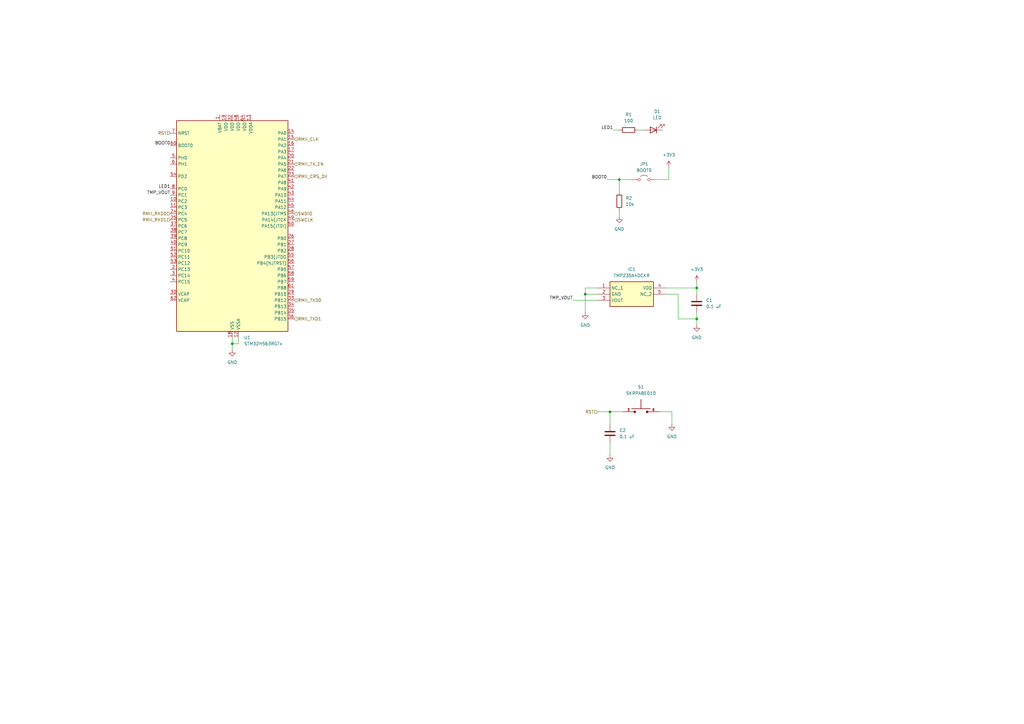
<source format=kicad_sch>
(kicad_sch (version 20250114) (generator "eeschema") (generator_version "9.0")
  (paper "A3")
  (lib_symbols
    (symbol "Device:C" (pin_numbers (hide yes)) (pin_names (offset 0.254))
      (property "Reference" "C" (at 0.635 2.54 0))
      (property "Value" "C" (at 0.635 -2.54 0))
      (symbol "C_0_1"
        (polyline (pts (xy -2.032 0.762) (xy 2.032 0.762)) (stroke (width 0.508)))
        (polyline (pts (xy -2.032 -0.762) (xy 2.032 -0.762)) (stroke (width 0.508)))
      )
      (symbol "C_1_1"
        (pin passive line (at 0 3.81 270) (length 2.794) (name "~") (number "1"))
        (pin passive line (at 0 -3.81 90) (length 2.794) (name "~") (number "2"))
      )
    )
    (symbol "Device:LED" (pin_numbers (hide yes)) (pin_names (offset 1.016) (hide yes))
      (property "Reference" "D" (at 0 2.54 0))
      (property "Value" "LED" (at 0 -2.54 0))
      (symbol "LED_0_1"
        (polyline (pts (xy -3.048 -0.762) (xy -4.572 -2.286) (xy -3.81 -2.286) (xy -4.572 -2.286) (xy -4.572 -1.524)))
        (polyline (pts (xy -1.778 -0.762) (xy -3.302 -2.286) (xy -2.54 -2.286) (xy -3.302 -2.286) (xy -3.302 -1.524)))
        (polyline (pts (xy -1.27 0) (xy 1.27 0)))
        (polyline (pts (xy -1.27 -1.27) (xy -1.27 1.27)) (stroke (width 0.254)))
        (polyline (pts (xy 1.27 -1.27) (xy 1.27 1.27) (xy -1.27 0) (xy 1.27 -1.27)) (stroke (width 0.254)))
      )
      (symbol "LED_1_1"
        (pin passive line (at -3.81 0 0) (length 2.54) (name "K") (number "1"))
        (pin passive line (at 3.81 0 180) (length 2.54) (name "A") (number "2"))
      )
    )
    (symbol "Device:R" (pin_numbers (hide yes)) (pin_names (offset 0))
      (property "Reference" "R" (at 2.032 0 90))
      (property "Value" "R" (at 0 0 90))
      (symbol "R_0_1"
        (rectangle (start -1.016 -2.54) (end 1.016 2.54) (stroke (width 0.254)))
      )
      (symbol "R_1_1"
        (pin passive line (at 0 3.81 270) (length 1.27) (name "~") (number "1"))
        (pin passive line (at 0 -3.81 90) (length 1.27) (name "~") (number "2"))
      )
    )
    (symbol "Jumper:Jumper_2_Open" (pin_numbers (hide yes)) (pin_names (offset 0) (hide yes)) (exclude_from_sim yes)
      (property "Reference" "JP" (at 0 2.794 0))
      (property "Value" "Jumper_2_Open" (at 0 -2.286 0))
      (symbol "Jumper_2_Open_0_0"
        (circle (center -2.032 0) (radius 0.508))
        (circle (center 2.032 0) (radius 0.508))
      )
      (symbol "Jumper_2_Open_0_1"
        (arc (start -1.524 1.27) (mid 0 1.778) (end 1.524 1.27))
      )
      (symbol "Jumper_2_Open_1_1"
        (pin passive line (at -5.08 0 0) (length 2.54) (name "A") (number "1"))
        (pin passive line (at 5.08 0 180) (length 2.54) (name "B") (number "2"))
      )
    )
    (symbol "MCU_ST_STM32H5:STM32H563RGTx"
      (property "Reference" "U" (at -22.86 44.45 0))
      (property "Value" "STM32H563RGTx" (at 10.16 44.45 0))
      (symbol "STM32H563RGTx_0_1"
        (rectangle (start -22.86 -43.18) (end 22.86 43.18) (stroke (width 0.254)) (fill (type background)))
      )
      (symbol "STM32H563RGTx_1_1"
        (pin input line (at -25.4 38.1 0) (length 2.54) (name "NRST") (number "7"))
        (pin input line (at -25.4 33.02 0) (length 2.54) (name "BOOT0") (number "60"))
        (pin bidirectional line (at -25.4 27.94 0) (length 2.54) (name "PH0") (number "5"))
        (pin bidirectional line (at -25.4 25.4 0) (length 2.54) (name "PH1") (number "6"))
        (pin bidirectional line (at -25.4 20.32 0) (length 2.54) (name "PD2") (number "54"))
        (pin bidirectional line (at -25.4 15.24 0) (length 2.54) (name "PC0") (number "8"))
        (pin bidirectional line (at -25.4 12.7 0) (length 2.54) (name "PC1") (number "9"))
        (pin bidirectional line (at -25.4 10.16 0) (length 2.54) (name "PC2") (number "10"))
        (pin bidirectional line (at -25.4 7.62 0) (length 2.54) (name "PC3") (number "11"))
        (pin bidirectional line (at -25.4 5.08 0) (length 2.54) (name "PC4") (number "24"))
        (pin bidirectional line (at -25.4 2.54 0) (length 2.54) (name "PC5") (number "25"))
        (pin bidirectional line (at -25.4 0 0) (length 2.54) (name "PC6") (number "37"))
        (pin bidirectional line (at -25.4 -2.54 0) (length 2.54) (name "PC7") (number "38"))
        (pin bidirectional line (at -25.4 -5.08 0) (length 2.54) (name "PC8") (number "39"))
        (pin bidirectional line (at -25.4 -7.62 0) (length 2.54) (name "PC9") (number "40"))
        (pin bidirectional line (at -25.4 -10.16 0) (length 2.54) (name "PC10") (number "51"))
        (pin bidirectional line (at -25.4 -12.7 0) (length 2.54) (name "PC11") (number "52"))
        (pin bidirectional line (at -25.4 -15.24 0) (length 2.54) (name "PC12") (number "53"))
        (pin bidirectional line (at -25.4 -17.78 0) (length 2.54) (name "PC13") (number "2"))
        (pin bidirectional line (at -25.4 -20.32 0) (length 2.54) (name "PC14") (number "3"))
        (pin bidirectional line (at -25.4 -22.86 0) (length 2.54) (name "PC15") (number "4"))
        (pin power_out line (at -25.4 -27.94 0) (length 2.54) (name "VCAP") (number "30"))
        (pin power_out line (at -25.4 -30.48 0) (length 2.54) (name "VCAP") (number "62"))
        (pin power_in line (at -5.08 45.72 270) (length 2.54) (name "VBAT") (number "1"))
        (pin power_in line (at -2.54 45.72 270) (length 2.54) (name "VDD") (number "19"))
        (pin power_in line (at 0 45.72 270) (length 2.54) (name "VDD") (number "32"))
        (pin power_in line (at 0 -45.72 90) (length 2.54) (name "VSS") (number "18"))
        (pin passive line (at 0 -45.72 90) (length 2.54) (hide yes) (name "VSS") (number "31"))
        (pin passive line (at 0 -45.72 90) (length 2.54) (hide yes) (name "VSS") (number "47"))
        (pin passive line (at 0 -45.72 90) (length 2.54) (hide yes) (name "VSS") (number "63"))
        (pin power_in line (at 2.54 45.72 270) (length 2.54) (name "VDD") (number "48"))
        (pin power_in line (at 2.54 -45.72 90) (length 2.54) (name "VSSA") (number "12"))
        (pin power_in line (at 5.08 45.72 270) (length 2.54) (name "VDD") (number "64"))
        (pin power_in line (at 7.62 45.72 270) (length 2.54) (name "VDDA") (number "13"))
        (pin bidirectional line (at 25.4 38.1 180) (length 2.54) (name "PA0") (number "14"))
        (pin bidirectional line (at 25.4 35.56 180) (length 2.54) (name "PA1") (number "15"))
        (pin bidirectional line (at 25.4 33.02 180) (length 2.54) (name "PA2") (number "16"))
        (pin bidirectional line (at 25.4 30.48 180) (length 2.54) (name "PA3") (number "17"))
        (pin bidirectional line (at 25.4 27.94 180) (length 2.54) (name "PA4") (number "20"))
        (pin bidirectional line (at 25.4 25.4 180) (length 2.54) (name "PA5") (number "21"))
        (pin bidirectional line (at 25.4 22.86 180) (length 2.54) (name "PA6") (number "22"))
        (pin bidirectional line (at 25.4 20.32 180) (length 2.54) (name "PA7") (number "23"))
        (pin bidirectional line (at 25.4 17.78 180) (length 2.54) (name "PA8") (number "41"))
        (pin bidirectional line (at 25.4 15.24 180) (length 2.54) (name "PA9") (number "42"))
        (pin bidirectional line (at 25.4 12.7 180) (length 2.54) (name "PA10") (number "43"))
        (pin bidirectional line (at 25.4 10.16 180) (length 2.54) (name "PA11") (number "44"))
        (pin bidirectional line (at 25.4 7.62 180) (length 2.54) (name "PA12") (number "45"))
        (pin bidirectional line (at 25.4 5.08 180) (length 2.54) (name "PA13(JTMS") (number "46"))
        (pin bidirectional line (at 25.4 2.54 180) (length 2.54) (name "PA14(JTCK") (number "49"))
        (pin bidirectional line (at 25.4 0 180) (length 2.54) (name "PA15(JTDI)") (number "50"))
        (pin bidirectional line (at 25.4 -5.08 180) (length 2.54) (name "PB0") (number "26"))
        (pin bidirectional line (at 25.4 -7.62 180) (length 2.54) (name "PB1") (number "27"))
        (pin bidirectional line (at 25.4 -10.16 180) (length 2.54) (name "PB2") (number "28"))
        (pin bidirectional line (at 25.4 -12.7 180) (length 2.54) (name "PB3(JTDO") (number "55"))
        (pin bidirectional line (at 25.4 -15.24 180) (length 2.54) (name "PB4(NJTRST)") (number "56"))
        (pin bidirectional line (at 25.4 -17.78 180) (length 2.54) (name "PB5") (number "57"))
        (pin bidirectional line (at 25.4 -20.32 180) (length 2.54) (name "PB6") (number "58"))
        (pin bidirectional line (at 25.4 -22.86 180) (length 2.54) (name "PB7") (number "59"))
        (pin bidirectional line (at 25.4 -25.4 180) (length 2.54) (name "PB8") (number "61"))
        (pin bidirectional line (at 25.4 -27.94 180) (length 2.54) (name "PB10") (number "29"))
        (pin bidirectional line (at 25.4 -30.48 180) (length 2.54) (name "PB12") (number "33"))
        (pin bidirectional line (at 25.4 -33.02 180) (length 2.54) (name "PB13") (number "34"))
        (pin bidirectional line (at 25.4 -35.56 180) (length 2.54) (name "PB14") (number "35"))
        (pin bidirectional line (at 25.4 -38.1 180) (length 2.54) (name "PB15") (number "36"))
      )
    )
    (symbol "SKRPABE010:SKRPABE010" (pin_names (offset 1.016))
      (property "Reference" "S" (at -5.08 6.35 0))
      (property "Value" "SKRPABE010" (at -5.08 -5.08 0))
      (symbol "SKRPABE010_0_0"
        (polyline (pts (xy -3.81 1.27) (xy 0 1.27)) (stroke (width 0.254)))
        (circle (center -2.54 0) (radius 0.254) (stroke (width 0.508)))
        (polyline (pts (xy 0 1.27) (xy 0 5.08)) (stroke (width 0.254)))
        (polyline (pts (xy 0 1.27) (xy 3.81 1.27)) (stroke (width 0.254)))
        (circle (center 2.54 0) (radius 0.254) (stroke (width 0.508)))
        (pin passive line (at -7.62 0 0) (length 5.08) (name "~") (number "1"))
        (pin passive line (at -7.62 0 0) (length 5.08) (name "~") (number "2"))
        (pin passive line (at 7.62 0 180) (length 5.08) (name "~") (number "3"))
        (pin passive line (at 7.62 0 180) (length 5.08) (name "~") (number "4"))
      )
    )
    (symbol "SamacSys_Parts:TMP235A4DCKR"
      (property "Reference" "IC" (at 24.13 7.62 0))
      (property "Value" "TMP235A4DCKR" (at 24.13 5.08 0))
      (symbol "TMP235A4DCKR_1_1"
        (rectangle (start 5.08 2.54) (end 22.86 -7.62) (stroke (width 0.254)) (fill (type background)))
        (pin passive line (at 0 0 0) (length 5.08) (name "NC_1") (number "1"))
        (pin power_in line (at 0 -2.54 0) (length 5.08) (name "GND") (number "2"))
        (pin output line (at 0 -5.08 0) (length 5.08) (name "VOUT") (number "3"))
        (pin input line (at 27.94 0 180) (length 5.08) (name "VDD") (number "4"))
        (pin passive line (at 27.94 -2.54 180) (length 5.08) (name "NC_2") (number "5"))
      )
    )
    (symbol "power:+3V3" (power) (pin_numbers (hide yes)) (pin_names (offset 0) (hide yes))
      (property "Value" "+3V3" (at 0 3.556 0))
      (symbol "+3V3_0_1"
        (polyline (pts (xy -0.762 1.27) (xy 0 2.54)))
        (polyline (pts (xy 0 2.54) (xy 0.762 1.27)))
        (polyline (pts (xy 0 0) (xy 0 2.54)))
      )
      (symbol "+3V3_1_1"
        (pin power_in line (at 0 0 90) (length 0) (name "~") (number "1"))
      )
    )
    (symbol "power:GND" (power) (pin_numbers (hide yes)) (pin_names (offset 0) (hide yes))
      (property "Value" "GND" (at 0 -3.81 0))
      (symbol "GND_0_1"
        (polyline (pts (xy 0 0) (xy 0 -1.27) (xy 1.27 -1.27) (xy 0 -2.54) (xy -1.27 -1.27) (xy 0 -1.27)))
      )
      (symbol "GND_1_1"
        (pin power_in line (at 0 0 270) (length 0) (name "~") (number "1"))
      )
    )
  )
  (junction (at 240.03 120.65))
  (junction (at 285.75 130.81))
  (junction (at 95.25 140.97))
  (junction (at 254 73.66))
  (junction (at 250.19 168.91))
  (junction (at 285.75 118.11))
  (wire (pts (xy 248.92 73.66) (xy 254 73.66)))
  (wire (pts (xy 250.19 168.91) (xy 255.27 168.91)))
  (wire (pts (xy 250.19 181.61) (xy 250.19 186.69)))
  (wire (pts (xy 285.75 130.81) (xy 285.75 133.35)))
  (wire (pts (xy 240.03 120.65) (xy 240.03 128.27)))
  (wire (pts (xy 274.32 73.66) (xy 274.32 68.58)))
  (wire (pts (xy 278.13 130.81) (xy 285.75 130.81)))
  (wire (pts (xy 254 73.66) (xy 254 78.74)))
  (wire (pts (xy 234.95 123.19) (xy 245.11 123.19)))
  (wire (pts (xy 95.25 140.97) (xy 97.79 140.97)))
  (wire (pts (xy 245.11 168.91) (xy 250.19 168.91)))
  (wire (pts (xy 273.05 118.11) (xy 285.75 118.11)))
  (wire (pts (xy 254 88.9) (xy 254 86.36)))
  (wire (pts (xy 95.25 143.51) (xy 95.25 140.97)))
  (wire (pts (xy 261.62 53.34) (xy 264.16 53.34)))
  (wire (pts (xy 97.79 140.97) (xy 97.79 138.43)))
  (wire (pts (xy 269.24 73.66) (xy 274.32 73.66)))
  (wire (pts (xy 285.75 118.11) (xy 285.75 120.65)))
  (wire (pts (xy 240.03 118.11) (xy 240.03 120.65)))
  (wire (pts (xy 95.25 138.43) (xy 95.25 140.97)))
  (wire (pts (xy 278.13 120.65) (xy 278.13 130.81)))
  (wire (pts (xy 273.05 120.65) (xy 278.13 120.65)))
  (wire (pts (xy 285.75 130.81) (xy 285.75 128.27)))
  (wire (pts (xy 254 73.66) (xy 259.08 73.66)))
  (wire (pts (xy 251.46 53.34) (xy 254 53.34)))
  (wire (pts (xy 285.75 115.57) (xy 285.75 118.11)))
  (wire (pts (xy 250.19 168.91) (xy 250.19 173.99)))
  (wire (pts (xy 275.59 168.91) (xy 275.59 173.99)))
  (wire (pts (xy 245.11 118.11) (xy 240.03 118.11)))
  (wire (pts (xy 270.51 168.91) (xy 275.59 168.91)))
  (wire (pts (xy 240.03 120.65) (xy 245.11 120.65)))
  (label "LED1" (at 251.46 53.34 180))
  (label "BOOT0" (at 248.92 73.66 180))
  (label "LED1" (at 69.85 77.47 180))
  (label "TMP_VOUT" (at 234.95 123.19 180))
  (label "TMP_VOUT" (at 69.85 80.01 180))
  (label "BOOT0" (at 69.85 59.69 180))
  (hierarchical_label "RMII_CLK" (shape input) (at 120.65 57.15 0))
  (hierarchical_label "RMII_RXD0" (shape input) (at 69.85 87.63 180))
  (hierarchical_label "RMII_TXD0" (shape input) (at 120.65 123.19 0))
  (hierarchical_label "RMII_CRS_DV" (shape input) (at 120.65 72.39 0))
  (hierarchical_label "RST" (shape input) (at 69.85 54.61 180))
  (hierarchical_label "RMII_RXD1" (shape input) (at 69.85 90.17 180))
  (hierarchical_label "RST" (shape input) (at 245.11 168.91 180))
  (hierarchical_label "SWCLK" (shape input) (at 120.65 90.17 0))
  (hierarchical_label "RMII_TXD1" (shape input) (at 120.65 130.81 0))
  (hierarchical_label "SWDIO" (shape input) (at 120.65 87.63 0))
  (hierarchical_label "RMII_TX_EN" (shape input) (at 120.65 67.31 0))
  (symbol (lib_id "Device:R") (at 254 82.55 180) (unit 1)
    (property "Reference" "R2" (at 256.54 81.2799 0) (effects (justify right)))
    (property "Value" "10k" (at 256.54 83.8199 0) (effects (justify right)))
    (property "Description" "Resistor" (effects (hide yes)))
  )
  (symbol (lib_id "power:+3V3") (at 285.75 115.57 0) (unit 1)
    (property "Reference" "#PWR03" (effects (hide yes)))
    (property "Value" "+3V3" (at 285.75 110.49 0))
    (property "Description" "Power symbol creates a global label with name \"+3V3\"" (effects (hide yes)))
  )
  (symbol (lib_id "SamacSys_Parts:TMP235A4DCKR") (at 245.11 118.11 0) (unit 1)
    (property "Reference" "IC1" (at 259.08 110.49 0))
    (property "Value" "TMP235A4DCKR" (at 259.08 113.03 0))
    (property "Footprint" "SOT65P210X110-5N" (effects (hide yes)))
    (property "Datasheet" "http://www.ti.com/lit/gpn/tmp235" (effects (hide yes)))
    (property "Description" "&plusmn;2.5&deg;C Analog output temperature sensor, with 10mV /&deg;C gain" (effects (hide yes)))
    (property "Height" "1.1" (effects (hide yes)))
    (property "Mouser Part Number" "595-TMP235A4DCKR" (effects (hide yes)))
    (property "Mouser Price/Stock" "https://www.mouser.co.uk/ProductDetail/Texas-Instruments/TMP235A4DCKR?qs=W0yvOO0ixfG8Xs9HpO4s8g%3D%3D" (effects (hide yes)))
    (property "Manufacturer_Name" "Texas Instruments" (effects (hide yes)))
    (property "Manufacturer_Part_Number" "TMP235A4DCKR" (effects (hide yes)))
  )
  (symbol (lib_id "power:GND") (at 240.03 128.27 0) (unit 1)
    (property "Reference" "#PWR02" (effects (hide yes)))
    (property "Value" "GND" (at 240.03 133.35 0))
    (property "Description" "Power symbol creates a global label with name \"GND\" , ground" (effects (hide yes)))
  )
  (symbol (lib_id "Device:LED") (at 267.97 53.34 180) (unit 1)
    (property "Reference" "D1" (at 269.5575 45.72 0))
    (property "Value" "LED" (at 269.5575 48.26 0))
    (property "Description" "Light emitting diode" (effects (hide yes)))
    (property "Sim.Pins" "1=K 2=A" (effects (hide yes)))
  )
  (symbol (lib_id "Device:C") (at 250.19 177.8 0) (unit 1)
    (property "Reference" "C2" (at 254 176.5299 0) (effects (justify left)))
    (property "Value" "0.1 uF" (at 254 179.0699 0) (effects (justify left)))
    (property "Description" "Unpolarized capacitor" (effects (hide yes)))
  )
  (symbol (lib_id "SKRPABE010:SKRPABE010") (at 262.89 168.91 0) (unit 1)
    (property "Reference" "S1" (at 262.89 158.75 0))
    (property "Value" "SKRPABE010" (at 262.89 161.29 0))
    (property "Footprint" "SKRPABE010:SW_SKRPABE010" (effects (hide yes)))
    (property "STANDARD" "Manufacturer Recommendations" (effects (hide yes)))
    (property "MAXIMUM_PACKAGE_HEIGHT" "2.5 mm" (effects (hide yes)))
    (property "MANUFACTURER" "Alps" (effects (hide yes)))
  )
  (symbol (lib_id "power:GND") (at 285.75 133.35 0) (unit 1)
    (property "Reference" "#PWR01" (effects (hide yes)))
    (property "Value" "GND" (at 285.75 138.43 0))
    (property "Description" "Power symbol creates a global label with name \"GND\" , ground" (effects (hide yes)))
  )
  (symbol (lib_id "power:GND") (at 250.19 186.69 0) (unit 1)
    (property "Reference" "#PWR06" (effects (hide yes)))
    (property "Value" "GND" (at 250.19 191.77 0))
    (property "Description" "Power symbol creates a global label with name \"GND\" , ground" (effects (hide yes)))
  )
  (symbol (lib_id "Jumper:Jumper_2_Open") (at 264.16 73.66 0) (unit 1)
    (property "Reference" "JP1" (at 264.16 67.31 0))
    (property "Value" "BOOT0" (at 264.16 69.85 0))
    (property "Description" "Jumper, 2-pole, open" (effects (hide yes)))
  )
  (symbol (lib_id "MCU_ST_STM32H5:STM32H563RGTx") (at 95.25 92.71 0) (unit 1)
    (property "Reference" "U1" (at 100.0551 138.43 0) (effects (justify left)))
    (property "Value" "STM32H563RGTx" (at 100.0551 140.97 0) (effects (justify left)))
    (property "Footprint" "Package_QFP:LQFP-64_10x10mm_P0.5mm" (effects (hide yes)))
    (property "Datasheet" "https://www.st.com/resource/en/datasheet/stm32h563rg.pdf" (effects (hide yes)))
    (property "Description" "STMicroelectronics Arm Cortex-M33 MCU, 1024KB flash, 640KB RAM, 250 MHz, 1.62-3.6V, 49 GPIO, LQFP64" (effects (hide yes)))
  )
  (symbol (lib_id "power:GND") (at 95.25 143.51 0) (unit 1)
    (property "Reference" "#PWR08" (effects (hide yes)))
    (property "Value" "GND" (at 95.25 148.59 0))
    (property "Description" "Power symbol creates a global label with name \"GND\" , ground" (effects (hide yes)))
  )
  (symbol (lib_id "power:GND") (at 275.59 173.99 0) (unit 1)
    (property "Reference" "#PWR07" (effects (hide yes)))
    (property "Value" "GND" (at 275.59 179.07 0))
    (property "Description" "Power symbol creates a global label with name \"GND\" , ground" (effects (hide yes)))
  )
  (symbol (lib_id "Device:C") (at 285.75 124.46 0) (unit 1)
    (property "Reference" "C1" (at 289.56 123.1899 0) (effects (justify left)))
    (property "Value" "0.1 uF" (at 289.56 125.7299 0) (effects (justify left)))
    (property "Description" "Unpolarized capacitor" (effects (hide yes)))
  )
  (symbol (lib_id "power:+3V3") (at 274.32 68.58 0) (unit 1)
    (property "Reference" "#PWR04" (effects (hide yes)))
    (property "Value" "+3V3" (at 274.32 63.5 0))
    (property "Description" "Power symbol creates a global label with name \"+3V3\"" (effects (hide yes)))
  )
  (symbol (lib_id "power:GND") (at 254 88.9 0) (unit 1)
    (property "Reference" "#PWR05" (effects (hide yes)))
    (property "Value" "GND" (at 254 93.98 0))
    (property "Description" "Power symbol creates a global label with name \"GND\" , ground" (effects (hide yes)))
  )
  (symbol (lib_id "Device:R") (at 257.81 53.34 90) (unit 1)
    (property "Reference" "R1" (at 257.81 46.99 90))
    (property "Value" "100" (at 257.81 49.53 90))
    (property "Description" "Resistor" (effects (hide yes)))
  )
)
</source>
